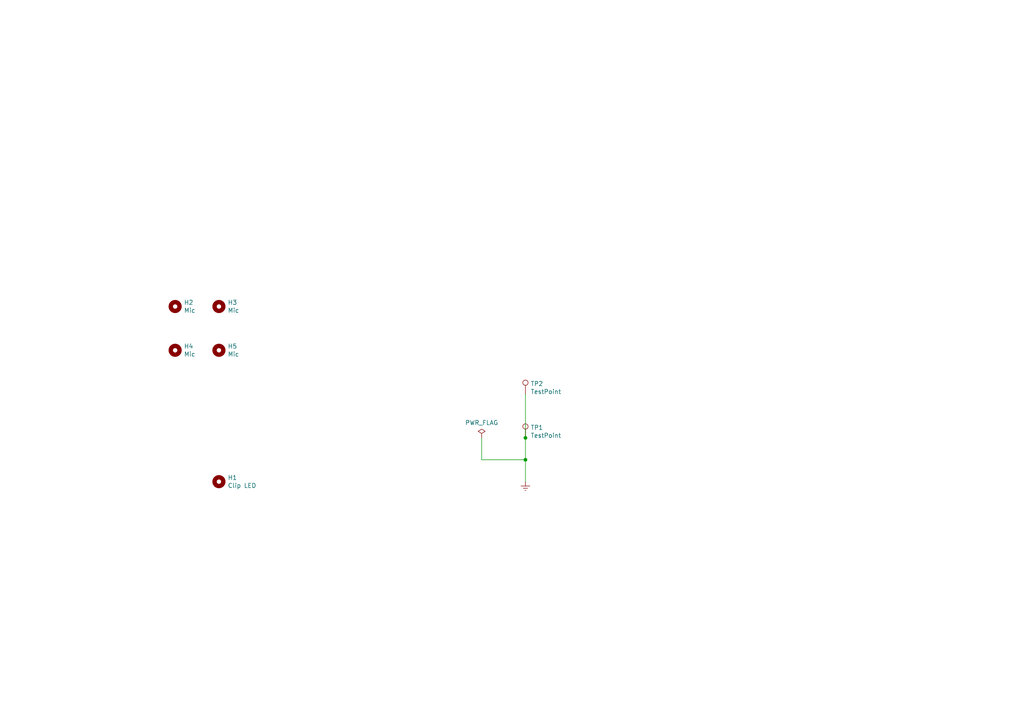
<source format=kicad_sch>
(kicad_sch (version 20231120) (generator "eeschema") (generator_version "8.0")
  (paper "A4")
  (title_block (title "TashRecorder PCB front panel") (date "2024-05-23") (rev "2.1") (company "Lostwave") (comment 1 "https://68kmla.org") (comment 2 "https://68kmla.org/bb/index.php?threads/tashtwenty-single-chip-dcd-hard-disk-20-interface.39357/") (comment 3 "https://github.com/lampmerchant/tashtwenty"))
  (lib_symbols
    (symbol "Connector:TestPoint" (pin_numbers hide) (pin_names (offset 0.762) hide)
      (property "Reference" "TP" (at 0 6.858 0))
      (property "Value" "TestPoint" (at 0 5.08 0))
      (symbol "TestPoint_0_1"
        (circle (center 0 3.302) (radius 0.762))
      )
      (symbol "TestPoint_1_1"
        (pin passive line (at 0 0 90) (length 2.54) (name "1") (number "1"))
      )
    )
    (symbol "Mechanical:MountingHole" (pin_names (offset 1.016)) (exclude_from_sim yes) (in_bom no)
      (property "Reference" "H" (at 0 5.08 0))
      (property "Value" "MountingHole" (at 0 3.175 0))
      (symbol "MountingHole_0_1"
        (circle (center 0 0) (radius 1.27) (stroke (width 1.27)))
      )
    )
    (symbol "TTT_FP-rescue:Earth-power" (power) (pin_names (offset 0))
      (symbol "Earth-power_0_1"
        (polyline (pts (xy -0.635 -1.905) (xy 0.635 -1.905)))
        (polyline (pts (xy -0.127 -2.54) (xy 0.127 -2.54)))
        (polyline (pts (xy 0 -1.27) (xy 0 0)))
        (polyline (pts (xy 1.27 -1.27) (xy -1.27 -1.27)))
      )
      (symbol "Earth-power_1_1"
        (pin power_in line (at 0 0 270) (length 0) hide (name "Earth") (number "1"))
      )
    )
    (symbol "TTT_FP-rescue:PWR_FLAG-power" (power) (pin_numbers hide) (pin_names (offset 0) hide)
      (property "Value" "power_PWR_FLAG" (at 0 3.81 0))
      (symbol "PWR_FLAG-power_0_0"
        (pin power_out line (at 0 0 90) (length 0) (name "pwr") (number "1"))
      )
      (symbol "PWR_FLAG-power_0_1"
        (polyline (pts (xy 0 0) (xy 0 1.27) (xy -1.016 1.905) (xy 0 2.54) (xy 1.016 1.905) (xy 0 1.27)))
      )
    )
  )
  (junction (at 152.4 127))
  (junction (at 152.4 133.35))
  (wire (pts (xy 139.7 127) (xy 139.7 133.35)))
  (wire (pts (xy 152.4 114.3) (xy 152.4 127)))
  (wire (pts (xy 152.4 133.35) (xy 152.4 139.7)))
  (wire (pts (xy 152.4 127) (xy 152.4 133.35)))
  (wire (pts (xy 139.7 133.35) (xy 152.4 133.35)))
  (symbol (lib_id "Mechanical:MountingHole") (at 63.5 139.7 0) (unit 1)
    (property "Reference" "H1" (at 66.04 138.5316 0) (effects (justify left)))
    (property "Value" "Clip LED" (at 66.04 140.843 0) (effects (justify left)))
    (property "Footprint" "MountingHole:MountingHole_5mm" (effects (hide yes)))
  )
  (symbol (lib_id "TTT_FP-rescue:PWR_FLAG-power") (at 139.7 127 0) (unit 1)
    (property "Reference" "#FLG0101" (effects (hide yes)))
    (property "Value" "PWR_FLAG" (at 139.7 122.6058 0))
  )
  (symbol (lib_id "Connector:TestPoint") (at 152.4 114.3 0) (unit 1)
    (property "Reference" "TP2" (at 153.8732 111.3028 0) (effects (justify left)))
    (property "Value" "TestPoint" (at 153.8732 113.6142 0) (effects (justify left)))
    (property "Footprint" "TestPoint:TestPoint_Pad_1.5x1.5mm" (effects (hide yes)))
  )
  (symbol (lib_id "Connector:TestPoint") (at 152.4 127 0) (unit 1)
    (property "Reference" "TP1" (at 153.8732 124.0028 0) (effects (justify left)))
    (property "Value" "TestPoint" (at 153.8732 126.3142 0) (effects (justify left)))
    (property "Footprint" "TestPoint:TestPoint_Pad_1.5x1.5mm" (effects (hide yes)))
  )
  (symbol (lib_id "TTT_FP-rescue:Earth-power") (at 152.4 139.7 0) (unit 1)
    (property "Reference" "#PWR0101" (effects (hide yes)))
    (property "Value" "Earth" (effects (hide yes)))
  )
  (symbol (lib_id "Mechanical:MountingHole") (at 50.8 101.6 0) (unit 1)
    (property "Reference" "H4" (at 53.34 100.4316 0) (effects (justify left)))
    (property "Value" "Mic" (at 53.34 102.743 0) (effects (justify left)))
    (property "Footprint" "MountingHole:MountingHole_2.1mm" (effects (hide yes)))
  )
  (symbol (lib_id "Mechanical:MountingHole") (at 50.8 88.9 0) (unit 1)
    (property "Reference" "H2" (at 53.34 87.7316 0) (effects (justify left)))
    (property "Value" "Mic" (at 53.34 90.043 0) (effects (justify left)))
    (property "Footprint" "MountingHole:MountingHole_2.1mm" (effects (hide yes)))
  )
  (symbol (lib_id "Mechanical:MountingHole") (at 63.5 101.6 0) (unit 1)
    (property "Reference" "H5" (at 66.04 100.4316 0) (effects (justify left)))
    (property "Value" "Mic" (at 66.04 102.743 0) (effects (justify left)))
    (property "Footprint" "MountingHole:MountingHole_2.1mm" (effects (hide yes)))
  )
  (symbol (lib_id "Mechanical:MountingHole") (at 63.5 88.9 0) (unit 1)
    (property "Reference" "H3" (at 66.04 87.7316 0) (effects (justify left)))
    (property "Value" "Mic" (at 66.04 90.043 0) (effects (justify left)))
    (property "Footprint" "MountingHole:MountingHole_2.1mm" (effects (hide yes)))
  )
)
</source>
